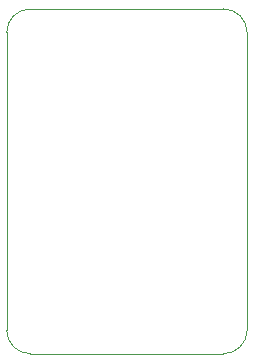
<source format=gbr>
%TF.GenerationSoftware,KiCad,Pcbnew,7.0.6-0*%
%TF.CreationDate,2023-07-21T12:15:06+07:00*%
%TF.ProjectId,RP2040Reference,52503230-3430-4526-9566-6572656e6365,rev?*%
%TF.SameCoordinates,Original*%
%TF.FileFunction,Profile,NP*%
%FSLAX46Y46*%
G04 Gerber Fmt 4.6, Leading zero omitted, Abs format (unit mm)*
G04 Created by KiCad (PCBNEW 7.0.6-0) date 2023-07-21 12:15:06*
%MOMM*%
%LPD*%
G01*
G04 APERTURE LIST*
%TA.AperFunction,Profile*%
%ADD10C,0.100000*%
%TD*%
G04 APERTURE END LIST*
D10*
X92870000Y-83767500D02*
X109230000Y-83767500D01*
X109230000Y-54567500D02*
X92870000Y-54567500D01*
X111230000Y-81767500D02*
X111230000Y-56567500D01*
X109230000Y-83767500D02*
G75*
G03*
X111230000Y-81767500I0J2000000D01*
G01*
X90870000Y-56567500D02*
X90870000Y-81767500D01*
X111230000Y-56567500D02*
G75*
G03*
X109230000Y-54567500I-2000000J0D01*
G01*
X90870000Y-81767500D02*
G75*
G03*
X92870000Y-83767500I2000000J0D01*
G01*
X92870000Y-54567500D02*
G75*
G03*
X90870000Y-56567500I0J-2000000D01*
G01*
M02*

</source>
